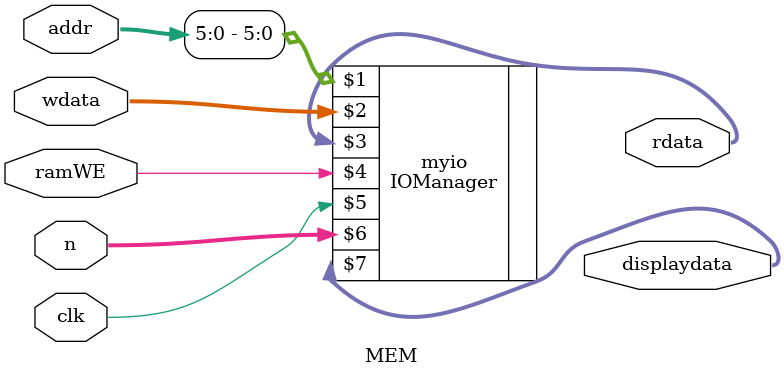
<source format=v>
`timescale 1ns / 1ps

module MEM(
		input clk,
		input ramWE,// Ram Ð´ÈëÐÅºÅ
		input [31:0] addr,//²Ù×÷µØÖ·
		input [31:0] wdata,//Ð´ÈëÊý¾Ý
		output [31:0] rdata,//¶Á³öÊý¾Ý
		input [3:0] n,//¿ª¹ØÊäÈëÊý¾Ý
		output wire [31:0] displaydata// IO Êä³öÊý¾Ý
	);
	IOManager myio(addr[5:0], wdata, rdata, ramWE, clk, n, displaydata);
endmodule
</source>
